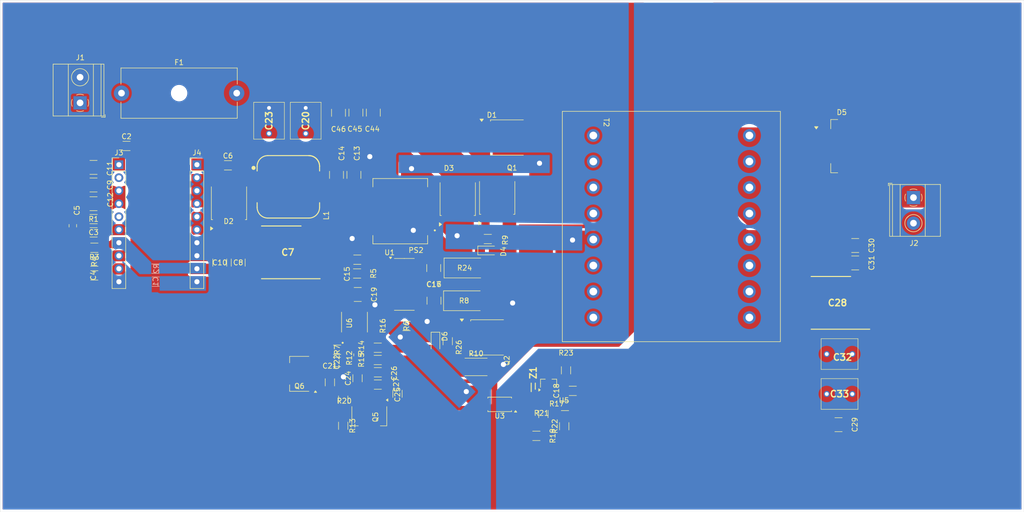
<source format=kicad_pcb>
(kicad_pcb (version 20240108) (generator "pcbnew") (generator_version "8.0")
  (layers (0 "F.Cu" signal) (31 "B.Cu" signal) (34 "B.Paste" user) (35 "F.Paste" user) (36 "B.SilkS" user "B.Silkscreen") (37 "F.SilkS" user "F.Silkscreen") (38 "B.Mask" user) (39 "F.Mask" user) (44 "Edge.Cuts" user))
  (net 0 "")
  (net 1 "GND")
  (net 2 "+12V")
  (net 3 "VIN")
  (net 4 "ISO12")
  (net 5 "ISOGND")
  (net 6 "Net-(U5-REF)")
  (net 7 "Net-(C24-Pad2)")
  (net 8 "Net-(T2-SB)")
  (net 9 "/GATE_HIGH")
  (net 10 "/GATE_LOW")
  (net 11 "/PWM")
  (net 12 "/LS_SOURCE")
  (net 13 "Net-(R15-Pad2)")
  (net 14 "Net-(R16-Pad2)")
  (net 15 "Net-(U5-K)")
  (net 16 "Vo")
  (net 17 "Net-(R19-Pad1)")
  (net 18 "OUTGND")
  (net 19 "Net-(C3-Pad2)")
  (net 20 "Net-(C5-Pad1)")
  (net 21 "Net-(U1-VDDI)")
  (net 22 "Net-(C18-Pad1)")
  (net 23 "Net-(Q6-B)")
  (net 24 "Net-(U6-FB)")
  (net 25 "Net-(Q6-E)")
  (net 26 "Net-(Q5-E)")
  (net 27 "Net-(Q5-B)")
  (net 28 "Net-(U6-ISENSE)")
  (net 29 "Net-(Q5-C)")
  (net 30 "Net-(Q2-D)")
  (net 31 "Net-(D4-K)")
  (net 32 "Net-(D6-K)")
  (net 34 "/LM5576_11")
  (net 35 "/LM5576_1")
  (net 40 "/LM5576_6")
  (net 41 "/LM5576_9")
  (net 42 "/LM5576_17")
  (net 43 "/LM5576_20")
  (net 44 "/LM5576_15")
  (net 45 "/LM5576_8")
  (net 46 "/LM5576_5")
  (net 47 "/LM5576_7")
  (net 48 "/LM5576_2")
  (net 49 "VIN_UNPROTECTED")
  (footprint "Capacitor_SMD:C_1210_3225Metric_Pad1.33x2.70mm_HandSolder" (layer "F.Cu") (at 208.8028 92.504 180)
    (property "Reference" "C31")
    (property "Value" "10u")
  )
  (footprint "Capacitor_SMD:C_1210_3225Metric_Pad1.33x2.70mm_HandSolder" (layer "F.Cu") (at 114.6668 63.1416 90)
    (property "Reference" "C44")
    (property "Value" "2.2u")
  )
  (footprint "Fuse:Fuseholder_Cylinder-5x20mm_Schurter_0031_8201_Horizontal_Open" (layer "F.Cu") (at 65.4828 59.3372)
    (property "Reference" "F1")
    (property "Value" "Fuse")
  )
  (footprint "Resistor_SMD:R_0805_2012Metric_Pad1.20x1.40mm_HandSolder" (layer "F.Cu") (at 116.534 104.7976)
    (property "Reference" "R16")
    (property "Value" "4.99k")
  )
  (footprint "Connector_PinHeader_2.54mm:PinHeader_1x10_P2.54mm_Vertical" (layer "F.Cu") (at 80.216 73.3153)
    (property "Reference" "J4")
    (property "Value" "Conn_01x10")
  )
  (footprint "Resistor_SMD:R_0805_2012Metric_Pad1.20x1.40mm_HandSolder" (layer "F.Cu") (at 111.5874 110.4672 90)
    (property "Reference" "R12")
    (property "Value" "1.1M")
  )
  (footprint "Resistor_SMD:R_1206_3216Metric_Pad1.30x1.75mm_HandSolder" (layer "F.Cu") (at 129.1992 107.7948 -90)
    (property "Reference" "R26")
    (property "Value" "100k")
  )
  (footprint "Capacitor_SMD:C_0805_2012Metric_Pad1.18x1.45mm_HandSolder" (layer "F.Cu") (at 55.976 85.2403 -90)
    (property "Reference" "C5")
    (property "Value" "1.2n")
  )
  (footprint "Package_TO_SOT_SMD:SOT-23_Handsoldering" (layer "F.Cu") (at 148.9096 115.9736 90)
    (property "Reference" "U5")
    (property "Value" "TL431DBZ")
  )
  (footprint "Resistor_SMD:R_1206_3216Metric_Pad1.30x1.75mm_HandSolder" (layer "F.Cu") (at 108.7874 119.2172 -90)
    (property "Reference" "R20")
    (property "Value" "10k")
  )
  (footprint "Package_SO:SOIC-16_3.9x9.9mm_P1.27mm" (layer "F.Cu") (at 120.7298 96.695)
    (property "Reference" "U1")
    (property "Value" "2EDS8265H")
  )
  (footprint "Capacitor_SMD:C_1206_3216Metric_Pad1.33x1.80mm_HandSolder" (layer "F.Cu") (at 66.4612 69.6563)
    (property "Reference" "C2")
    (property "Value" "100n")
  )
  (footprint "Capacitor_SMD:C_1210_3225Metric_Pad1.33x2.70mm_HandSolder" (layer "F.Cu") (at 126.5196 99.8813 -90)
    (property "Reference" "C16")
    (property "Value" "10u")
  )
  (footprint "Resistor_SMD:R_1206_3216Metric_Pad1.30x1.75mm_HandSolder" (layer "F.Cu") (at 115.5374 111.4672)
    (property "Reference" "R15")
    (property "Value" "18.2k")
  )
  (footprint "powerlabLibrary:R82EC4100DQ70J" (layer "F.Cu") (at 94.2996 62.2287 -90)
    (property "Reference" "C23")
    (property "Value" "R82EC4100DQ70J" (hide yes))
  )
  (footprint "powerlabLibrary:SODFL1608X65N" (layer "F.Cu") (at 145.9124 116.5832 90)
    (property "Reference" "Z1")
    (property "Value" "BZT585B10T-7" (hide yes))
  )
  (footprint "Capacitor_SMD:C_1210_3225Metric_Pad1.33x2.70mm_HandSolder" (layer "F.Cu") (at 110.876 75.3028 90)
    (property "Reference" "C13")
    (property "Value" "10u")
  )
  (footprint "Capacitor_SMD:C_1206_3216Metric_Pad1.33x1.80mm_HandSolder" (layer "F.Cu") (at 119.3874 118.0672 90)
    (property "Reference" "C25")
    (property "Value" "1.5n")
  )
  (footprint "Diode_SMD:D_2512_6332Metric_Pad1.52x3.35mm_HandSolder" (layer "F.Cu") (at 132.5043 93.4928)
    (property "Reference" "R24")
    (property "Value" "10R")
  )
  (footprint "powerlabLibrary:CAPAE1030X1270N" (layer "F.Cu") (at 97.976 90.4403 180)
    (property "Reference" "C7")
    (property "Value" "A768MS566M1KLAE034" (hide yes))
  )
  (footprint "Capacitor_SMD:C_1210_3225Metric_Pad1.33x2.70mm_HandSolder" (layer "F.Cu") (at 107.476 75.3028 90)
    (property "Reference" "C14")
    (property "Value" "10u")
  )
  (footprint "Diode_SMD:D_SOD-323_HandSoldering" (layer "F.Cu") (at 126.8116 108.0488 -90)
    (property "Reference" "D6")
    (property "Value" "BZX384-B15")
  )
  (footprint "Resistor_SMD:R_1206_3216Metric_Pad1.30x1.75mm_HandSolder" (layer "F.Cu") (at 152.11 120.444)
    (property "Reference" "R21")
    (property "Value" "39k")
  )
  (footprint "Resistor_SMD:R_1206_3216Metric_Pad1.30x1.75mm_HandSolder" (layer "F.Cu") (at 108.7874 124.3172 -90)
    (property "Reference" "R13")
    (property "Value" "5.76k")
  )
  (footprint "Capacitor_SMD:C_1206_3216Metric_Pad1.33x1.80mm_HandSolder" (layer "F.Cu") (at 60.0385 86.5403 180)
    (property "Reference" "C3")
    (property "Value" "39p")
  )
  (footprint "Capacitor_SMD:C_1210_3225Metric_Pad1.33x2.70mm_HandSolder" (layer "F.Cu") (at 205.5403 124.104 180)
    (property "Reference" "C29")
    (property "Value" "10u")
  )
  (footprint "Capacitor_SMD:C_1206_3216Metric_Pad1.33x1.80mm_HandSolder" (layer "F.Cu") (at 60.176 94.9403 180)
    (property "Reference" "C4")
    (property "Value" "680p")
  )
  (footprint "powerlabLibrary:R82EC4100DQ70J" (layer "F.Cu") (at 101.4624 62.2287 -90)
    (property "Reference" "C20")
    (property "Value" "R82EC4100DQ70J" (hide yes))
  )
  (footprint "TerminalBlock_Phoenix:TerminalBlock_Phoenix_MKDS-1,5-2_1x02_P5.00mm_Horizontal" (layer "F.Cu") (at 220.1818 79.7424 -90)
    (property "Reference" "J2")
    (property "Value" "Conn_01x02_Pin")
  )
  (footprint "Connector_PinHeader_2.54mm:PinHeader_1x10_P2.54mm_Vertical" (layer "F.Cu") (at 64.976 73.3153)
    (property "Reference" "J3")
    (property "Value" "Conn_01x10")
  )
  (footprint "Package_TO_SOT_SMD:SOT-223-3_TabPin2" (layer "F.Cu") (at 100.2374 114.1672 180)
    (property "Reference" "Q6")
    (property "Value" "PZT2907AT1G")
  )
  (footprint "Package_TO_SOT_SMD:TO-252-2" (layer "F.Cu") (at 138.8628 79.6972 90)
    (property "Reference" "Q1")
    (property "Value" "FDD86110")
  )
  (footprint "powerlabLibrary:ETD39_coilformer" (layer "F.Cu") (at 157.6472 67.612 -90)
    (property "Reference" "T2")
    (property "Value" "ELE713 Transformer")
  )
  (footprint "Resistor_SMD:R_1206_3216Metric_Pad1.30x1.75mm_HandSolder" (layer "F.Cu") (at 60.176 89.5403 180)
    (property "Reference" "R3")
    (property "Value" "1.02k")
  )
  (footprint "Resistor_SMD:R_1206_3216Metric_Pad1.30x1.75mm_HandSolder" (layer "F.Cu") (at 146.522 126.286)
    (property "Reference" "R19")
    (property "Value" "680R")
  )
  (footprint "Package_TO_SOT_SMD:TO-252-2" (layer "F.Cu") (at 136.9988 107.0545)
    (property "Reference" "Q2")
    (property "Value" "FDD86110")
  )
  (footprint "Capacitor_SMD:C_1206_3216Metric_Pad1.33x1.80mm_HandSolder" (layer "F.Cu") (at 86.276 73.4403)
    (property "Reference" "C6")
    (property "Value" "22n")
  )
  (footprint "Capacitor_SMD:C_1210_3225Metric_Pad1.33x2.70mm_HandSolder" (layer "F.Cu") (at 60.0135 77.2778 180)
    (property "Reference" "C9")
    (property "Value" "2.2u")
  )
  (footprint "Diode_SMD:D_SOD-323_HandSoldering" (layer "F.Cu") (at 137.0884 90.0724)
    (property "Reference" "D4")
    (property "Value" "BZX384-B15")
  )
  (footprint "Package_SO:SOP-4_4.4x2.6mm_P1.27mm" (layer "F.Cu") (at 139.3592 120.1392 180)
    (property "Reference" "U3")
    (property "Value" "TCMT1103")
  )
  (footprint "Resistor_SMD:R_1206_3216Metric_Pad1.30x1.75mm_HandSolder" (layer "F.Cu") (at 115.5374 109.0672 180)
    (property "Reference" "R14")
    (property "Value" "4.22k")
  )
  (footprint "Capacitor_SMD:C_1210_3225Metric_Pad1.33x2.70mm_HandSolder" (layer "F.Cu") (at 111.2668 63.1416 90)
    (property "Reference" "C45")
    (property "Value" "2.2u")
  )
  (footprint "Diode_SMD:D_2512_6332Metric_Pad1.52x3.35mm_HandSolder" (layer "F.Cu") (at 132.4027 99.8936)
    (property "Reference" "R8")
    (property "Value" "10R")
  )
  (footprint "powerlabLibrary:SOIC127P599X175-8N" (layer "F.Cu") (at 110.9874 104.0672 90)
    (property "Reference" "U6")
    (property "Value" "UC3845")
  )
  (footprint "powerlabLibrary:CONV_R1S-1212-R" (layer "F.Cu") (at 119.9328 82.3972 180)
    (property "Reference" "PS2")
    (property "Value" "R1S-1212-R")
  )
  (footprint "Capacitor_SMD:C_1206_3216Metric_Pad1.33x1.80mm_HandSolder" (layer "F.Cu") (at 107.5499 111.8672)
    (property "Reference" "C22")
    (property "Value" "6.8n")
  )
  (footprint "powerlabLibrary:R82EC4100DQ70J" (layer "F.Cu") (at 203.2403 110.304)
    (property "Reference" "C32")
    (property "Value" "R82EC4100DQ70J" (hide yes))
  )
  (footprint "Capacitor_SMD:C_1206_3216Metric_Pad1.33x1.80mm_HandSolder" (layer "F.Cu") (at 115.5499 116.2672)
    (property "Reference" "C27")
    (property "Value" "1u")
  )
  (footprint "Capacitor_SMD:C_1210_3225Metric_Pad1.33x2.70mm_HandSolder" (layer "F.Cu") (at 111.6249 98.6672)
    (property "Reference" "C19")
    (property "Value" "10u")
  )
  (footprint "Capacitor_SMD:C_1210_3225Metric_Pad1.33x2.70mm_HandSolder" (layer "F.Cu") (at 60.0135 80.9403 180)
    (property "Reference" "C12")
    (property "Value" "2.2u")
  )
  (footprint "Resistor_SMD:R_1206_3216Metric_Pad1.30x1.75mm_HandSolder" (layer "F.Cu") (at 151.9576 124.4064 90)
    (property "Reference" "R22")
    (property "Value" "9.53k")
  )
  (footprint "Resistor_SMD:R_1206_3216Metric_Pad1.30x1.75mm_HandSolder" (layer "F.Cu") (at 137.0328 87.8372)
    (property "Reference" "R9")
    (property "Value" "100k")
  )
  (footprint "Capacitor_SMD:C_1206_3216Metric_Pad1.33x1.80mm_HandSolder" (layer "F.Cu") (at 111.5874 115.0297 90)
    (property "Reference" "C24")
    (property "Value" "10n")
  )
  (footprint "Resistor_SMD:R_2512_6332Metric_Pad1.40x3.35mm_HandSolder" (layer "F.Cu") (at 134.7364 112.824)
    (property "Reference" "R10")
    (property "Value" "4m")
  )
  (footprint "Resistor_SMD:R_1206_3216Metric_Pad1.30x1.75mm_HandSolder" (layer "F.Cu") (at 60.0328 83.9403 180)
    (property "Reference" "R1")
    (property "Value" "46.4k")
  )
  (footprint "Capacitor_SMD:C_1210_3225Metric_Pad1.33x2.70mm_HandSolder" (layer "F.Cu") (at 88.276 92.4403 90)
    (property "Reference" "C8")
    (property "Value" "10u")
  )
  (footprint "Resistor_SMD:R_1206_3216Metric_Pad1.30x1.75mm_HandSolder" (layer "F.Cu") (at 107.5999 109.4672)
    (property "Reference" "R7")
    (property "Value" "10k")
  )
  (footprint "Capacitor_SMD:C_1206_3216Metric_Pad1.33x1.80mm_HandSolder" (layer "F.Cu") (at 115.5499 113.8672)
    (property "Reference" "C26")
    (property "Value" "100p")
  )
  (footprint "Package_TO_SOT_SMD:TO-252-2" (layer "F.Cu") (at 86.476 80.7403 90)
    (property "Reference" "D2")
    (property "Value" "V35PWM10HM3")
  )
  (footprint "Capacitor_SMD:C_1210_3225Metric_Pad1.33x2.70mm_HandSolder" (layer "F.Cu") (at 84.676 92.4403 90)
    (property "Reference" "C10")
    (property "Value" "10u")
  )
  (footprint "powerlabLibrary:CAPAE1030X1270N" (layer "F.Cu") (at 205.3403 100.304 180)
    (property "Reference" "C28")
    (property "Value" "A768MS566M1KLAE034" (hide yes))
  )
  (footprint "Resistor_SMD:R_1206_3216Metric_Pad1.30x1.75mm_HandSolder" (layer "F.Cu") (at 111.4999 94.5672)
    (property "Reference" "R5")
    (property "Value" "2.49k")
  )
  (footprint "Capacitor_SMD:C_1210_3225Metric_Pad1.33x2.70mm_HandSolder" (layer "F.Cu") (at 126.4688 93.5051 90)
    (property "Reference" "C17")
    (property "Value" "10u")
  )
  (footprint "Package_TO_SOT_SMD:TO-252-2" (layer "F.Cu") (at 140.8728 68.0097)
    (property "Reference" "D1")
    (property "Value" "V35PWM10HM3")
  )
  (footprint "Resistor_SMD:R_1206_3216Metric_Pad1.30x1.75mm_HandSolder" (layer "F.Cu") (at 147.8936 122.0188 90)
    (property "Reference" "R17")
    (property "Value" "1k")
  )
  (footprint "Capacitor_SMD:C_1210_3225Metric_Pad1.33x2.70mm_HandSolder" (layer "F.Cu") (at 60.0135 73.8403 180)
    (property "Reference" "C11")
    (property "Value" "2.2u")
  )
  (footprint "Capacitor_SMD:C_1210_3225Metric_Pad1.33x2.70mm_HandSolder" (layer "F.Cu") (at 208.8028 89.104 180)
    (property "Reference" "C30")
    (property "Value" "10u")
  )
  (footprint "Resistor_SMD:R_1206_3216Metric_Pad1.30x1.75mm_HandSolder" (layer "F.Cu") (at 152.3132 113.4844 90)
    (property "Reference" "R23")
    (property "Value" "2.49k")
  )
  (footprint "Capacitor_SMD:C_1206_3216Metric_Pad1.33x1.80mm_HandSolder" (layer "F.Cu") (at 153.634 117.4976 180)
    (property "Reference" "C18")
    (property "Value" "10n")
  )
  (footprint "Resistor_SMD:R_1206_3216Metric_Pad1.30x1.75mm_HandSolder" (layer "F.Cu") (at 60.176 92.2403 180)
    (property "Reference" "R4")
    (property "Value" "20.5k")
  )
  (footprint "Package_TO_SOT_SMD:TO-252-2" (layer "F.Cu") (at 131.1619 79.9326 90)
    (property "Reference" "D3")
    (property "Value" "V35PWM10HM3")
  )
  (footprint "powerlabLibrary:WE-PD_1210" (layer "F.Cu") (at 98.076 77.6403 -90)
    (property "Reference" "L1")
    (property "Value" "68u")
  )
  (footprint "Resistor_SMD:R_1206_3216Metric_Pad1.30x1.75mm_HandSolder" (layer "F.Cu") (at 121.1574 104.8168)
    (property "Reference" "R6")
    (property "Value" "1k")
  )
  (footprint "powerlabLibrary:R82EC4100DQ70J" (layer "F.Cu") (at 203.2403 118.104)
    (property "Reference" "C33")
    (property "Value" "R82EC4100DQ70J" (hide yes))
  )
  (footprint "Package_TO_SOT_SMD:TO-263-2" (layer "F.Cu") (at 208.849 69.6948)
    (property "Reference" "D5")
    (property "Value" "DSSK 28-006BS")
  )
  (footprint "Capacitor_SMD:C_1206_3216Metric_Pad1.33x1.80mm_HandSolder" (layer "F.Cu") (at 106.1874 115.8297 -90)
    (property "Reference" "C21")
    (property "Value" "4.7u")
  )
  (footprint "TerminalBlock_Phoenix:TerminalBlock_Phoenix_MKDS-1,5-2_1x02_P5.00mm_Horizontal" (layer "F.Cu") (at 57.3878 61.2372 90)
    (property "Reference" "J1")
    (property "Value" "Conn_01x02_Pin")
  )
  (footprint "Capacitor_SMD:C_1206_3216Metric_Pad1.33x1.80mm_HandSolder" (layer "F.Cu") (at 111.5374 91.8672 180)
    (property "Reference" "C15")
    (property "Value" "22n")
  )
  (footprint "Package_TO_SOT_SMD:SOT-223-3_TabPin2" (layer "F.Cu") (at 113.8874 122.4172 -90)
    (property "Reference" "Q5")
    (property "Value" "PZT2222AT1G")
  )
  (footprint "Capacitor_SMD:C_1210_3225Metric_Pad1.33x2.70mm_HandSolder" (layer "F.Cu") (at 107.8668 63.1791 90)
    (property "Reference" "C46")
    (property "Value" "2.2u")
  )
  (footprint "Capacitor_SMD:C_1206_3216Metric_Pad1.33x1.80mm_HandSolder" (layer "B.Cu") (at 72.1508 96.1616 180)
    (property "Reference" "C1")
    (property "Value" "8.2n")
  )
  (footprint "Resistor_SMD:R_1206_3216Metric_Pad1.30x1.75mm_HandSolder" (layer "B.Cu") (at 72.1 93.6216 180)
    (property "Reference" "R2")
    (property "Value" "8.87k")
  )
  (gr_rect (start 41.772 41.1704) (end 241.772 141.1704) (stroke (width 0.05)) (fill none) (layer "Edge.Cuts"))
  (via (at 110.5328 87.7372) (size 1.6) (drill 1) (layers "F.Cu" "B.Cu") (net 1))
  (via (at 140.0828 112.3372) (size 1.6) (drill 1) (layers "F.Cu" "B.Cu") (net 1))
  (via (at 113.9828 71.7372) (size 1.6) (drill 1) (layers "F.Cu" "B.Cu") (net 1))
  (via (at 125.1828 103.9372) (size 1.6) (drill 1) (layers "F.Cu" "B.Cu") (net 1))
  (via (at 108.8284 114.7544) (size 1.6) (drill 1) (layers "F.Cu" "B.Cu") (net 1))
  (via (at 114.9828 100.6872) (size 1.6) (drill 1) (layers "F.Cu" "B.Cu") (net 1))
  (via (at 141.8828 100.3372) (size 1.6) (drill 1) (layers "F.Cu" "B.Cu") (net 1))
  (via (at 122.4828 86.1372) (size 1.6) (drill 1) (layers "F.Cu" "B.Cu") (net 1))
  (segment (start 84.3085 93.6353) (end 84.676 94.0028) (width 0.5) (layer "F.Cu") (net 2))
  (segment (start 110.0624 94.6797) (end 109.9499 94.5672) (width 0.5) (layer "F.Cu") (net 2))
  (segment (start 80.2023 93.6216) (end 80.216 93.6353) (width 0.5) (layer "B.Cu") (net 2))
  (segment (start 61.581 80.9353) (end 61.576 80.9403) (width 0.5) (layer "F.Cu") (net 3))
  (segment (start 126.1614 92.25) (end 126.4688 91.9426) (width 0.5) (layer "F.Cu") (net 4))
  (segment (start 138.3384 88.0816) (end 138.5828 87.8372) (width 0.5) (layer "F.Cu") (net 5))
  (segment (start 138.5828 87.8372) (end 138.5828 87.2972) (width 0.5) (layer "F.Cu") (net 5))
  (via (at 147.1328 73.0372) (size 1.6) (drill 1) (layers "F.Cu" "B.Cu") (net 5))
  (via (at 122.1328 74.0872) (size 1.6) (drill 1) (layers "F.Cu" "B.Cu") (net 5))
  (segment (start 118.2548 93.52) (end 118.2548 92.25) (width 0.5) (layer "F.Cu") (net 11))
  (segment (start 117.5532 104.8168) (end 117.534 104.7976) (width 0.5) (layer "F.Cu") (net 14))
  (segment (start 119.6488 104.8582) (end 119.6074 104.8168) (width 0.5) (layer "F.Cu") (net 14))
  (via (at 119.9328 106.9872) (size 1.6) (drill 1) (layers "F.Cu" "B.Cu") (net 14))
  (via (at 132.8328 117.6372) (size 1.6) (drill 1) (layers "F.Cu" "B.Cu") (net 14))
  (segment (start 106.0499 109.4672) (end 106.1524 109.4672) (width 0.5) (layer "F.Cu") (net 25))
  (segment (start 105.9874 109.5297) (end 106.0499 109.4672) (width 0.5) (layer "F.Cu") (net 25))
  (segment (start 111.6224 109.4322) (end 111.5874 109.4672) (width 0.5) (layer "F.Cu") (net 28))
  (segment (start 113.8874 125.5672) (end 113.6874 125.5672) (width 0.5) (layer "F.Cu") (net 29))
  (segment (start 113.9874 125.4672) (end 113.8874 125.5672) (width 0.5) (layer "F.Cu") (net 29))
  (via (at 131.0328 87.1872) (size 1.6) (drill 1) (layers "F.Cu" "B.Cu") (net 30))
  (via (at 153.5828 88.0372) (size 1.6) (drill 1) (layers "F.Cu" "B.Cu") (net 30))
  (segment (start 73.727 96.1753) (end 73.7133 96.1616) (width 0.5) (layer "B.Cu") (net 34))
  (segment (start 64.8987 73.238) (end 64.976 73.3153) (width 0.5) (layer "F.Cu") (net 35))
  (segment (start 80.341 73.4403) (end 80.216 73.3153) (width 0.5) (layer "F.Cu") (net 43))
  (segment (start 83.961 86.0153) (end 84.196 85.7803) (width 0.5) (layer "F.Cu") (net 44))
  (zone (net 0) (net_name "") (layer "F.Cu") (connect_pads yes (clearance 0)) (min_thickness 0.2)
    (keepout (tracks allowed) (vias allowed) (pads allowed) (copperpour not_allowed) (footprints allowed))
    (fill (thermal_gap 0.5) (thermal_bridge_width 0.5) (island_removal_mode 2) (island_area_min 10))
    (polygon (pts (xy 112.8828 114.3372) (xy 112.8828 115.4372) (xy 112.7328 115.5872) (xy 110.1828 115.5872) (xy 110.1828 114.2872) (xy 112.8328 114.2872)))
  )
  (zone (net 40) (net_name "/LM5576_6") (layer "F.Cu") (priority 42) (connect_pads yes (clearance 0.3)) (min_thickness 0.2) (fill yes (thermal_gap 0.5) (thermal_bridge_width 0.5) (island_removal_mode 1) (island_area_min 10))
    (polygon (pts (xy 60.7328 83.0372) (xy 63.1828 83.0372) (xy 63.1828 84.8872) (xy 63.2328 84.9372) (xy 66.1328 84.9372) (xy 66.1828 84.9872) (xy 66.1828 87.0872) (xy 62.4828 87.0872) (xy 62.4828 87.5872) (xy 62.4328 87.6372) (xy 60.8328 87.6372) (xy 60.7328 87.5372)))
  )
  (zone (net 12) (net_name "/LS_SOURCE") (layer "F.Cu") (priority 9) (connect_pads yes (clearance 0.3)) (min_thickness 0.2) (fill yes (thermal_gap 0.5) (thermal_bridge_width 0.5) (island_removal_mode 1) (island_area_min 10))
    (polygon (pts (xy 133.2632 108.5044) (xy 133.2632 114.7544) (xy 130.6216 114.7544) (xy 125.8972 110.03) (xy 116.3976 110.03) (xy 116.2452 109.8776) (xy 116.2452 108.252) (xy 116.4992 107.998) (xy 117.7184 107.998) (xy 118.2248 108.5044)))
  )
  (zone (net 21) (net_name "Net-(U1-VDDI)") (layer "F.Cu") (priority 29) (connect_pads yes (clearance 0.3)) (min_thickness 0.2) (fill yes (thermal_gap 0.5) (thermal_bridge_width 0.5) (island_removal_mode 1) (island_area_min 10))
    (polygon (pts (xy 119.9328 94.4372) (xy 119.9828 94.3872) (xy 119.9828 90.8372) (xy 114.2828 90.8372) (xy 113.9328 91.1872) (xy 113.9328 95.4372) (xy 113.7828 95.5872) (xy 112.3328 95.5872) (xy 112.2328 95.4872) (xy 112.2328 90.2372) (xy 112.2828 90.1872) (xy 120.4828 90.1872) (xy 120.8828 90.5872) (xy 120.8828 94.6872) (xy 120.3328 95.2372) (xy 117.2328 95.2372) (xy 117.1828 95.1872) (xy 117.1828 94.4372)))
  )
  (zone (net 0) (net_name "") (layer "F.Cu") (connect_pads yes (clearance 0)) (min_thickness 0.2)
    (keepout (tracks not_allowed) (vias not_allowed) (pads not_allowed) (copperpour not_allowed) (footprints allowed))
    (fill (thermal_gap 0.5) (thermal_bridge_width 0.5) (island_removal_mode 2) (island_area_min 10))
    (polygon (pts (xy 111.4328 126.4872) (xy 111.4328 124.8372) (xy 110.5828 123.9872) (xy 107.1328 123.9872) (xy 107.0328 124.0872) (xy 107.0328 125.0372) (xy 107.0828 125.0372) (xy 107.4328 124.6872) (xy 109.9328 124.6872) (xy 110.2328 124.9872) (xy 110.2328 125.7872) (xy 110.9328 126.4872)))
  )
  (zone (net 0) (net_name "") (layer "F.Cu") (connect_pads yes (clearance 0)) (min_thickness 0.2)
    (keepout (tracks not_allowed) (vias not_allowed) (pads not_allowed) (copperpour not_allowed) (footprints allowed))
    (fill (thermal_gap 0.5) (thermal_bridge_width 0.5) (island_removal_mode 2) (island_area_min 10))
    (polygon (pts (xy 101.6828 109.9872) (xy 108.4828 103.1872) (xy 109.4828 103.1872) (xy 109.6328 103.0372) (xy 109.7828 103.0372) (xy 110.4328 103.6872) (xy 110.4328 103.7872) (xy 109.6328 104.5872) (xy 109.6328 104.8372) (xy 109.4828 104.9872) (xy 108.1828 104.9872) (xy 108.0328 105.1372) (xy 108.0328 105.8872) (xy 106.2328 107.6872) (xy 105.0328 107.6872) (xy 104.6328 108.0872) (xy 104.6328 110.5372) (xy 104.3828 110.7872) (xy 101.9328 110.7872) (xy 101.8328 110.8872) (xy 101.8328 110.9372) (xy 101.6828 110.7872)))
  )
  (zone (net 22) (net_name "Net-(C18-Pad1)") (layer "F.Cu") (priority 39) (connect_pads yes (clearance 0.3)) (min_thickness 0.2) (fill yes (thermal_gap 0.5) (thermal_bridge_width 0.5) (island_removal_mode 1) (island_area_min 10))
    (polygon (pts (xy 154.2828 116.3372) (xy 156.1328 116.3372) (xy 156.1328 118.6372) (xy 156.0828 118.6872) (xy 155.0328 118.6872) (xy 154.5828 119.1872) (xy 154.5828 121.5372) (xy 152.8828 121.5372) (xy 152.8828 119.2872) (xy 154.2828 117.8872)))
  )
  (zone (net 16) (net_name "Vo") (layer "F.Cu") (priority 14) (connect_pads yes (clearance 0.3)) (min_thickness 0.2) (fill yes (thermal_gap 0.5) (thermal_bridge_width 0.5) (island_removal_mode 1) (island_area_min 10))
    (polygon (pts (xy 205.3484 64.0052) (xy 205.3484 81.074) (xy 205.958 81.6836) (xy 225.9224 81.6836) (xy 226.4304 82.1916) (xy 226.4304 87.3224) (xy 225.8208 87.932) (xy 212.2064 87.932) (xy 212.0032 87.7288) (xy 209.5648 87.7288) (xy 209.2092 88.0844) (xy 209.2092 95.0948) (xy 206.3136 98.7637) (xy 206.1104 126.1449) (xy 205.0944 126.5908) (xy 155.1072 126.5908) (xy 153.1768 124.6604) (xy 149.6716 124.6604) (xy 149.2144 124.2032) (xy 149.2144 122.6284) (xy 146.4204 122.6284) (xy 146.4204 126.6924) (xy 149.9764 130.2484) (xy 215.356 130.2484) (xy 230.4436 115.1608) (xy 230.4436 65.072) (xy 229.3768 64.0052)))
  )
  (zone (net 0) (net_name "") (layer "F.Cu") (connect_pads yes (clearance 0)) (min_thickness 0.2)
    (keepout (tracks allowed) (vias allowed) (pads allowed) (copperpour not_allowed) (footprints allowed))
    (fill (thermal_gap 0.5) (thermal_bridge_width 0.5) (island_removal_mode 2) (island_area_min 10))
    (polygon (pts (xy 111.7328 93.2372) (xy 110.8828 93.2372) (xy 110.8828 92.9372) (xy 111.7328 92.9372)))
  )
  (zone (net 20) (net_name "Net-(C5-Pad1)") (layer "F.Cu") (priority 40) (connect_pads yes (clearance 0.3)) (min_thickness 0.2) (fill yes (thermal_gap 0.5) (thermal_bridge_width 0.5) (island_removal_mode 1) (island_area_min 10))
    (polygon (pts (xy 54.7828 82.8372) (xy 59.3328 82.8372) (xy 59.3328 85.0372) (xy 59.3328 85.0372) (xy 54.7828 85.0372)))
  )
  (zone (net 3) (net_name "VIN") (layer "F.Cu") (priority 50) (connect_pads yes (clearance 0.5)) (min_thickness 0.2) (fill yes (thermal_gap 0.5) (thermal_bridge_width 0.5) (island_removal_mode 1) (island_area_min 10))
    (polygon (pts (xy 83.7328 65.2872) (xy 83.7328 65.2872) (xy 91.2828 65.2872) (xy 91.2828 65.2872) (xy 91.2828 56.2872) (xy 90.6328 55.6372) (xy 84.0328 55.6372) (xy 83.7328 55.9372)))
  )
  (zone (net 6) (net_name "Net-(U5-REF)") (layer "F.Cu") (priority 11) (connect_pads yes (clearance 0.3)) (min_thickness 0.2) (fill yes (thermal_gap 0.5) (thermal_bridge_width 0.5) (island_removal_mode 1) (island_area_min 10))
    (polygon (pts (xy 153.4308 114.094) (xy 153.4308 117.904) (xy 152.4656 118.8692) (xy 152.4656 121.8664) (xy 152.618 122.0188) (xy 152.8212 122.0188) (xy 153.0244 122.222) (xy 153.0244 123.492) (xy 152.7704 123.746) (xy 151.1448 123.746) (xy 150.84 123.4412) (xy 150.84 122.2728) (xy 151.1448 121.968) (xy 151.7036 121.968) (xy 151.7036 118.7168) (xy 151.6528 118.666) (xy 149.2144 118.666) (xy 149.2144 116.5832) (xy 151.2972 114.5004) (xy 151.2972 114.1448) (xy 151.348 114.094)))
  )
  (zone (net 35) (net_name "/LM5576_1") (layer "F.Cu") (priority 16) (connect_pads yes (clearance 0.3)) (min_thickness 0.2) (fill yes (thermal_gap 0.5) (thermal_bridge_width 0.5) (island_removal_mode 1) (island_area_min 10))
    (polygon (pts (xy 63.7828 68.5372) (xy 63.7828 74.4372) (xy 66.1828 74.4372) (xy 66.1828 68.5372)))
  )
  (zone (net 0) (net_name "") (layer "F.Cu") (connect_pads yes (clearance 0)) (min_thickness 0.2)
    (keepout (tracks not_allowed) (vias not_allowed) (pads not_allowed) (copperpour not_allowed) (footprints allowed))
    (fill (thermal_gap 0.5) (thermal_bridge_width 0.5) (island_removal_mode 2) (island_area_min 10))
    (polygon (pts (xy 66.5828 74.0372) (xy 65.6828 74.9372) (xy 65.6828 75.0372) (xy 66.0828 75.4372) (xy 66.0828 76.4872) (xy 66.0328 76.5372) (xy 66.8828 77.3872) (xy 67.2328 77.3872) (xy 67.2328 71.2872) (xy 67.1828 71.2372) (xy 66.6328 71.2372) (xy 66.5828 71.2872)))
  )
  (zone (net 0) (net_name "") (layer "F.Cu") (connect_pads yes (clearance 0)) (min_thickness 0.2)
    (keepout (tracks not_allowed) (vias not_allowed) (pads not_allowed) (copperpour not_allowed) (footprints allowed))
    (fill (thermal_gap 0.5) (thermal_bridge_width 0.5) (island_removal_mode 2) (island_area_min 10))
    (polygon (pts (xy 66.0828 83.1372) (xy 66.0828 83.6372) (xy 66.1328 83.6872) (xy 66.1328 83.9372) (xy 65.7828 84.2872) (xy 65.7828 84.4372) (xy 66.2328 84.8872) (xy 66.5828 84.8872) (xy 66.7828 84.6872) (xy 66.7828 82.4372)))
  )
  (zone (net 3) (net_name "VIN") (layer "F.Cu") (name "INPUT") (priority 10) (connect_pads yes (clearance 0.3)) (min_thickness 0.2) (fill yes (thermal_gap 0.5) (thermal_bridge_width 0.5) (island_removal_mode 1) (island_area_min 10))
    (polygon (pts (xy 141.9328 81.8372) (xy 128.1828 81.8372) (xy 127.9328 81.5872) (xy 127.9328 75.4372) (xy 118.2328 65.7372) (xy 106.0828 65.7372) (xy 103.6328 68.1872) (xy 71.2828 68.1872) (xy 69.7828 66.6872) (xy 62.6328 66.6872) (xy 62.6328 76.5471) (xy 63.526 77.4403) (xy 66.226 77.4403) (xy 66.2328 77.4471) (xy 66.2328 82.0372) (xy 63.2291 82.0372) (xy 62.726 82.5403) (xy 60.826 82.5403) (xy 60.3828 82.0971) (xy 60.3828 71.0872) (xy 60.3828 67.3372) (xy 60.409467 64.9372) (xy 89.6328 64.9372) (xy 89.6328 64.9372) (xy 104.0328 64.9372) (xy 105.7328 63.2372) (xy 124.1328 63.2372) (xy 135.7828 74.8872) (xy 141.8828 74.8872) (xy 141.9328 74.9372)))
  )
  (zone (net 41) (net_name "/LM5576_9") (layer "F.Cu") (priority 45) (connect_pads yes (clearance 0.3)) (min_thickness 0.2) (fill yes (thermal_gap 0.5) (thermal_bridge_width 0.5) (island_removal_mode 1) (island_area_min 10))
    (polygon (pts (xy 60.5328 93.7872) (xy 63.0328 93.7872) (xy 64.2328 92.5872) (xy 65.7828 92.5872) (xy 66.1828 92.5872) (xy 66.1828 94.7872) (xy 66.1828 94.7872) (xy 62.6328 94.7872) (xy 62.6328 96.0872) (xy 60.5328 96.0872)))
  )
  (zone (net 0) (net_name "") (layer "F.Cu") (connect_pads yes (clearance 0)) (min_thickness 0.2)
    (keepout (tracks allowed) (vias allowed) (pads allowed) (copperpour not_allowed) (footprints allowed))
    (fill (thermal_gap 0.5) (thermal_bridge_width 0.5) (island_removal_mode 2) (island_area_min 10))
    (polygon (pts (xy 102.0328 115.4872) (xy 102.0328 113.0872) (xy 101.6828 113.0872) (xy 101.6828 115.4372) (xy 101.7328 115.4872)))
  )
  (zone (net 14) (net_name "Net-(R16-Pad2)") (layer "F.Cu") (priority 19) (connect_pads yes (clearance 0.3)) (min_thickness 0.2) (fill yes (thermal_gap 0.5) (thermal_bridge_width 0.5) (island_removal_mode 1) (island_area_min 10))
    (polygon (pts (xy 137.2328 116.4872) (xy 131.3328 116.4872) (xy 131.3328 118.0872) (xy 133.2328 119.9872) (xy 137.1828 119.9872) (xy 137.2328 119.9372)))
  )
  (zone (net 11) (net_name "/PWM") (layer "F.Cu") (priority 28) (connect_pads yes (clearance 0.3)) (min_thickness 0.2) (fill yes (thermal_gap 0.5) (thermal_bridge_width 0.5) (island_removal_mode 1) (island_area_min 10))
    (polygon (pts (xy 112.0828 102.6372) (xy 111.2328 102.6372) (xy 111.2328 96.6372) (xy 111.8828 95.9872) (xy 114.1328 95.9872) (xy 116.7328 93.3872) (xy 116.7328 91.7872) (xy 116.9328 91.5872) (xy 119.3828 91.5872) (xy 119.5328 91.7372) (xy 119.5328 93.8872) (xy 119.3328 94.0872) (xy 117.1828 94.0872) (xy 114.3828 96.8872) (xy 112.0828 96.8872)))
  )
  (zone (net 8) (net_name "Net-(T2-SB)") (layer "F.Cu") (priority 13) (connect_pads yes (clearance 0.5)) (min_thickness 0.2) (fill yes (thermal_gap 0.5) (thermal_bridge_width 0.5) (island_removal_mode 1) (island_area_min 10))
    (polygon (pts (xy 203.8752 66.1896) (xy 203.8752 73.0476) (xy 203.8752 81.074) (xy 202.91 82.0392) (xy 197.2712 82.0392) (xy 193.9184 85.392) (xy 187.9748 85.392) (xy 185.2824 82.6996) (xy 185.2824 66.0372) (xy 203.7228 66.0372)))
  )
  (zone (net 28) (net_name "Net-(U6-ISENSE)") (layer "F.Cu") (priority 35) (connect_pads yes (clearance 0.3)) (min_thickness 0.2) (fill yes (thermal_gap 0.5) (thermal_bridge_width 0.5) (island_removal_mode 1) (island_area_min 10))
    (polygon (pts (xy 114.7828 108.1372) (xy 114.6828 108.0372) (xy 111.9828 108.0372) (xy 111.9828 105.4872) (xy 111.1328 105.4872) (xy 111.1328 108.5372) (xy 110.7328 108.8872) (xy 110.7328 108.8872) (xy 110.6828 108.9372) (xy 110.6828 110.3372) (xy 113.0828 110.3372) (xy 113.2328 110.4872) (xy 113.2328 114.7872) (xy 113.2828 114.8372) (xy 114.7828 114.8372)))
  )
  (zone (net 30) (net_name "Net-(Q2-D)") (layer "F.Cu") (priority 5) (connect_pads yes (clearance 0.3)) (min_thickness 0.2) (fill yes (thermal_gap 0.5) (thermal_bridge_width 0.5) (island_removal_mode 1) (island_area_min 10))
    (polygon (pts (xy 160.5428 86.2048) (xy 160.5428 106.51633) (xy 142.0008 106.686724) (xy 142.0008 110.1824) (xy 135.092 110.1824) (xy 134.8888 109.9792) (xy 134.8888 104.2896) (xy 135.2952 103.8832) (xy 150.246587 103.504694) (xy 150.255342 99.563117) (xy 150.255342 86.2048)))
  )
  (zone (net 0) (net_name "") (layer "F.Cu") (connect_pads yes (clearance 0)) (min_thickness 0.2)
    (keepout (tracks allowed) (vias allowed) (pads allowed) (copperpour not_allowed) (footprints allowed))
    (fill (thermal_gap 0.5) (thermal_bridge_width 0.5) (island_removal_mode 2) (island_area_min 10))
    (polygon (pts (xy 124.0328 96.6872) (xy 124.0328 96.6872) (xy 124.5828 97.2372) (xy 127.7828 97.2372) (xy 128.2828 97.7372) (xy 128.2828 98.0372) (xy 130.2328 98.0372) (xy 128.4828 97.4872) (xy 128.0328 96.6872) (xy 127.9328 96.5872) (xy 127.9328 96.5872) (xy 128.0328 96.6872)))
  )
  (zone (net 0) (net_name "") (layer "F.Cu") (connect_pads yes (clearance 0)) (min_thickness 0.2)
    (keepout (tracks not_allowed) (vias not_allowed) (pads not_allowed) (copperpour not_allowed) (footprints allowed))
    (fill (thermal_gap 0.5) (thermal_bridge_width 0.5) (island_removal_mode 1) (island_area_min 10))
    (polygon (pts (xy 133.9328 102.7872) (xy 133.9328 107.5408) (xy 133.5364 107.9372) (xy 133.3328 107.9372) (xy 133.3328 108.2372) (xy 133.5828 108.4872) (xy 133.5828 110.7372) (xy 133.5328 110.7872) (xy 135.0328 110.7872) (xy 135.1328 110.6872) (xy 135.1328 110.4372) (xy 134.6828 109.9872) (xy 134.5828 109.9872) (xy 134.5828 104.2372) (xy 135.3328 103.4872) (xy 136.6828 103.4872) (xy 136.7828 103.3872) (xy 136.7828 102.4872) (xy 135.8328 102.4872) (xy 135.5328 102.7872)))
  )
  (zone (net 2) (net_name "+12V") (layer "F.Cu") (priority 27) (connect_pads yes (clearance 0.3)) (min_thickness 0.2) (fill yes (thermal_gap 0.5) (thermal_bridge_width 0.5) (island_removal_mode 1) (island_area_min 10))
    (polygon (pts (xy 127.8828 97.5872) (xy 124.6328 97.5872) (xy 124.1828 98.0372) (xy 120.7828 98.0372) (xy 120.6328 98.1872) (xy 120.6328 100.8872) (xy 118.5828 102.9372) (xy 110.9828 102.9372) (xy 110.8328 102.7872) (xy 110.8328 93.7972) (xy 110.708 93.6724) (xy 108.0664 93.6724) (xy 108.0664 99.0572) (xy 109.0464 100.0372) (xy 109.8328 100.0372) (xy 109.9328 100.1372) (xy 109.9328 102.8372) (xy 110.6328 103.5372) (xy 119.4828 103.5372) (xy 121.6828 101.3372) (xy 121.6828 99.0872) (xy 127.8828 99.0872)))
  )
  (zone (net 0) (net_name "") (layer "F.Cu") (connect_pads yes (clearance 0)) (min_thickness 0.2)
    (keepout (tracks not_allowed) (vias not_allowed) (pads not_allowed) (copperpour not_allowed) (footprints allowed))
    (fill (thermal_gap 0.5) (thermal_bridge_width 0.5) (island_removal_mode 2) (island_area_min 10))
    (polygon (pts (xy 121.9328 101.5872) (xy 121.9328 103.5872) (xy 119.9828 103.5872) (xy 119.9828 103.5372)))
  )
  (zone (net 31) (net_name "Net-(D4-K)") (layer "F.Cu") (priority 7) (connect_pads yes (clearance 0.3)) (min_thickness 0.2) (fill yes (thermal_gap 0.5) (thermal_bridge_width 0.5) (island_removal_mode 1) (island_area_min 10))
    (polygon (pts (xy 135.7828 83.4372) (xy 137.1328 83.4372) (xy 137.3828 83.6872) (xy 137.3828 85.7872) (xy 136.3328 86.8372) (xy 136.3328 89.4372) (xy 136.4828 89.5872) (xy 136.4828 95.0872) (xy 136.2328 95.3372) (xy 134.8328 95.3372) (xy 134.5328 95.0372) (xy 134.5328 87.1372) (xy 135.7828 85.8872)))
  )
  (zone (net 24) (net_name "Net-(U6-FB)") (layer "F.Cu") (priority 37) (connect_pads yes (clearance 0.3)) (min_thickness 0.2) (fill yes (thermal_gap 0.5) (thermal_bridge_width 0.5) (island_removal_mode 1) (island_area_min 10))
    (polygon (pts (xy 108.1828 112.8372) (xy 108.1828 108.5372) (xy 108.4328 108.2872) (xy 109.4828 108.2872) (xy 109.9328 107.8372) (xy 109.9328 104.6872) (xy 110.6328 103.9872) (xy 115.9828 103.9872) (xy 116.1828 104.1872) (xy 116.1828 105.5872) (xy 116.1328 105.6372) (xy 114.9328 105.6372) (xy 114.3828 105.0872) (xy 110.7828 105.0872) (xy 110.7328 105.1372) (xy 110.7328 107.9372) (xy 109.9328 108.7372) (xy 109.9328 112.8372)))
  )
  (zone (net 25) (net_name "Net-(Q6-E)") (layer "F.Cu") (priority 36) (connect_pads yes (clearance 0.3)) (min_thickness 0.2) (fill yes (thermal_gap 0.5) (thermal_bridge_width 0.5) (island_removal_mode 1) (island_area_min 10))
    (polygon (pts (xy 102.3328 110.8872) (xy 104.8828 110.8872) (xy 104.8828 108.0872) (xy 105.1328 107.8372) (xy 106.4828 107.8372) (xy 108.3328 105.9872) (xy 108.3328 105.1872) (xy 109.5328 105.1872) (xy 109.5328 107.6372) (xy 108.0328 107.6372) (xy 106.8328 108.8372) (xy 106.8328 112.8872) (xy 104.8828 112.8872) (xy 104.6828 112.6872) (xy 102.3328 112.6872)))
  )
  (zone (net 4) (net_name "ISO12") (layer "F.Cu") (priority 24) (connect_pads yes (clearance 0.3)) (min_thickness 0.2) (fill yes (thermal_gap 0.5) (thermal_bridge_width 0.5) (island_removal_mode 1) (island_area_min 10))
    (polygon (pts (xy 128.0328 91.0372) (xy 124.0828 91.0372) (xy 115.9328 82.8872) (xy 115.9328 78.1872) (xy 115.6328 77.8872) (xy 113.8828 77.8872) (xy 113.7328 78.0372) (xy 113.7328 82.8872) (xy 122.0328 91.1872) (xy 122.0328 92.6872) (xy 122.0828 92.7372) (xy 127.9828 92.7372) (xy 128.0328 92.6872)))
  )
  (zone (net 0) (net_name "") (layer "F.Cu") (connect_pads yes (clearance 0)) (min_thickness 0.2)
    (keepout (tracks not_allowed) (vias not_allowed) (pads not_allowed) (copperpour not_allowed) (footprints allowed))
    (fill (thermal_gap 0.5) (thermal_bridge_width 0.5) (island_removal_mode 2) (island_area_min 10))
    (polygon (pts (xy 137.6828 71.8872) (xy 137.8328 72.0372) (xy 137.8328 72.4372) (xy 137.9828 72.5872) (xy 143.6328 72.5872) (xy 144.9328 73.8872) (xy 144.9328 81.7372) (xy 144.4328 82.2372) (xy 142.6828 82.2372) (xy 142.6828 82.0372) (xy 142.8828 81.8372) (xy 142.8828 74.9872) (xy 142.1328 74.2372) (xy 142.1328 74.1872) (xy 141.9828 74.0372) (xy 135.8328 74.0372) (xy 133.6828 71.8872)))
  )
  (zone (net 2) (net_name "+12V") (layer "F.Cu") (priority 2) (connect_pads yes (clearance 0.5)) (min_thickness 0.2) (fill yes (thermal_gap 0.5) (thermal_bridge_width 0.5) (island_removal_mode 1) (island_area_min 10))
    (polygon (pts (xy 78.958 94.6884) (xy 103.6976 94.6884) (xy 109.0316 100.0224) (xy 110.708 100.0224) (xy 110.708 93.6724) (xy 108.0664 93.6724) (xy 108.0664 85.138) (xy 112.682 80.5224) (xy 112.682 76.13932) (xy 112.1812 76.1464) (xy 105.7296 76.1464) (xy 104.4596 74.8764) (xy 101.564 74.8764) (xy 101.564 80.4136) (xy 104.4596 80.4136) (xy 104.7644 80.7184) (xy 104.7644 83.8808) (xy 100.049972 83.839972) (xy 100.0908 88.5544) (xy 100.0908 91.488) (xy 98.9208 92.658) (xy 78.958 92.658)))
  )
  (zone (net 26) (net_name "Net-(Q5-E)") (layer "F.Cu") (priority 32) (connect_pads yes (clearance 0.3)) (min_thickness 0.2) (fill yes (thermal_gap 0.5) (thermal_bridge_width 0.5) (island_removal_mode 1) (island_area_min 10))
    (polygon (pts (xy 110.4828 115.7872) (xy 110.4828 120.4872) (xy 112.5328 120.4872) (xy 112.5328 115.7372) (xy 110.5328 115.7372)))
  )
  (zone (net 43) (net_name "/LM5576_20") (layer "F.Cu") (priority 17) (connect_pads yes (clearance 0.5)) (min_thickness 0.2) (fill yes (thermal_gap 0.5) (thermal_bridge_width 0.5) (island_removal_mode 1) (island_area_min 10))
    (polygon (pts (xy 79.1328 72.0872) (xy 85.6328 72.0872) (xy 85.6328 74.4372) (xy 85.6328 74.4372) (xy 79.1328 74.4372) (xy 79.1328 74.4372)))
  )
  (zone (net 42) (net_name "/LM5576_17") (layer "F.Cu") (priority 2) (connect_pads yes (clearance 0.7)) (min_thickness 0.2) (fill yes (thermal_gap 0.5) (thermal_bridge_width 0.5) (island_removal_mode 2) (island_area_min 10))
    (polygon (pts (xy 94.776 80.5403) (xy 90.226 80.5403) (xy 90.176005 82.8403) (xy 83.126 82.8403) (xy 82.026 81.7403) (xy 79.326 81.7403) (xy 79.126 81.5403) (xy 79.126 74.8403) (xy 81.726 74.8403) (xy 82.826 75.9403) (xy 87.126 75.9403) (xy 87.126 72.5403) (xy 87.326 72.3403) (xy 88.426 72.3403) (xy 88.726 72.6403) (xy 88.726 74.5403) (xy 89.026 74.8403) (xy 94.676 74.8403)))
  )
  (zone (net 15) (net_name "Net-(U5-K)") (layer "F.Cu") (priority 12) (connect_pads yes (clearance 0.3)) (min_thickness 0.2) (fill yes (thermal_gap 0.5) (thermal_bridge_width 0.5) (island_removal_mode 1) (island_area_min 10))
    (polygon (pts (xy 141.5436 118.9708) (xy 143.5248 118.9708) (xy 145.6584 116.8372) (xy 147.284 116.8372) (xy 147.3348 116.7864) (xy 147.3348 116.38) (xy 147.538 116.1768) (xy 148.4524 116.1768) (xy 148.6556 116.38) (xy 148.6556 119.2756) (xy 151.2464 119.2756) (xy 151.2464 121.3584) (xy 150.5352 121.3584) (xy 147.03 121.3584) (xy 145.6084 119.9368) (xy 141.5436 119.9368)))
  )
  (zone (net 0) (net_name "") (layer "F.Cu") (connect_pads yes (clearance 0)) (min_thickness 0.2)
    (keepout (tracks not_allowed) (vias not_allowed) (pads not_allowed) (copperpour not_allowed) (footprints allowed))
    (fill (thermal_gap 0.5) (thermal_bridge_width 0.5) (island_removal_mode 2) (island_area_min 10))
    (polygon (pts (xy 82.6828 75.3872) (xy 82.7328 75.4372) (xy 86.5328 75.4372) (xy 86.8328 75.1372) (xy 86.9828 71.6372) (xy 86.7328 71.6372) (xy 85.7828 71.6372) (xy 85.7828 74.3872) (xy 85.9328 74.5372) (xy 85.7328 74.7372) (xy 82.6828 74.7372)))
  )
  (zone (net 0) (net_name "") (layer "F.Cu") (connect_pads yes (clearance 0)) (min_thickness 0.2)
    (keepout (tracks not_allowed) (vias not_allowed) (pads not_allowed) (copperpour not_allowed) (footprints allowed))
    (fill (thermal_gap 0.5) (thermal_bridge_width 0.5) (island_removal_mode 2) (island_area_min 10))
    (polygon (pts (xy 120.6828 103.5872) (xy 120.6828 103.9872) (xy 121.2328 104.5372) (xy 121.2328 106.2372) (xy 121.6328 106.2372) (xy 121.6328 103.5872)))
  )
  (zone (net 45) (net_name "/LM5576_8") (layer "F.Cu") (priority 44) (connect_pads yes (clearance 0.3)) (min_thickness 0.2) (fill yes (thermal_gap 0.5) (thermal_bridge_width 0.5) (island_removal_mode 1) (island_area_min 10))
    (polygon (pts (xy 60.4828 91.1372) (xy 63.2828 91.1372) (xy 63.6828 90.4872) (xy 63.9328 90.0372) (xy 63.9328 90.0372) (xy 66.1828 90.0372) (xy 66.1828 90.0372) (xy 66.1828 92.1872) (xy 66.1828 92.1872) (xy 62.6328 92.1872) (xy 62.636363 93.3372) (xy 62.5328 93.3372) (xy 62.3828 93.3372) (xy 60.4828 93.3372) (xy 60.4828 93.3372)))
  )
  (zone (net 0) (net_name "") (layer "F.Cu") (connect_pads yes (clearance 0)) (min_thickness 0.2)
    (keepout (tracks not_allowed) (vias not_allowed) (pads not_allowed) (copperpour not_allowed) (footprints allowed))
    (fill (thermal_gap 0.5) (thermal_bridge_width 0.5) (island_removal_mode 1) (island_area_min 10))
    (polygon (pts (xy 63.4328 67.1372) (xy 69.9828 67.1372) (xy 69.9828 68.2372) (xy 63.5328 68.2372) (xy 63.4328 68.1372)))
  )
  (zone (net 5) (net_name "ISOGND") (layer "F.Cu") (priority 4) (connect_pads yes (clearance 0.3)) (min_thickness 0.2) (fill yes (thermal_gap 0.5) (thermal_bridge_width 0.5) (island_removal_mode 1) (island_area_min 10))
    (polygon (pts (xy 162.1328 84.4872) (xy 142.5828 84.4872) (xy 142.5828 88.7872) (xy 142.6328 88.8372) (xy 142.6328 91.3872) (xy 142.6328 97.4872) (xy 128.902643 97.4872) (xy 128.135017 96.389417) (xy 128.029626 96.3872) (xy 124.8328 96.3872) (xy 124.8328 95.3372) (xy 124.2328 95.3372) (xy 121.8328 95.3372) (xy 121.8328 95.3372) (xy 121.8328 94.1872) (xy 121.8328 94.1872) (xy 127.9328 94.1872) (xy 128.2328 94.4872) (xy 128.2328 95.7872) (xy 137.2328 95.7872) (xy 137.2328 95.3872) (xy 137.2328 90.8372) (xy 137.2328 86.936796) (xy 138.039428 86.3872) (xy 139.9328 86.3872) (xy 139.9328 84.4872) (xy 139.8828 83.0872) (xy 139.8828 82.4372) (xy 144.6828 82.4372) (xy 145.1328 81.9872) (xy 145.1328 73.7872) (xy 143.6828 72.3372) (xy 138.1328 72.3372) (xy 137.9828 72.1872) (xy 137.9828 63.4372) (xy 138.1328 63.2872) (xy 159.3828 63.2872) (xy 162.1328 66.0372)))
  )
  (zone (net 0) (net_name "") (layer "F.Cu") (connect_pads yes (clearance 0)) (min_thickness 0.2)
    (keepout (tracks allowed) (vias allowed) (pads allowed) (copperpour not_allowed) (footprints allowed))
    (fill (thermal_gap 0.5) (thermal_bridge_width 0.5) (island_removal_mode 2) (island_area_min 10))
    (polygon (pts (xy 101.7328 112.7372) (xy 102.1828 112.7372) (xy 102.1828 113.0372) (xy 102.1328 113.0872) (xy 101.6828 113.0872) (xy 101.6828 112.7872)))
  )
  (zone (net 18) (net_name "OUTGND") (layer "F.Cu") (priority 1) (connect_pads yes (clearance 0.7)) (min_thickness 0.2) (fill yes (thermal_gap 0.5) (thermal_bridge_width 0.5) (island_removal_mode 2) (island_area_min 10))
    (polygon (pts (xy 241.7828 41.1872) (xy 241.7828 141.1372) (xy 139.9828 141.1372) (xy 139.9828 117.8372) (xy 146.7828 111.0372) (xy 179.9828 111.0372) (xy 181.0328 109.9872) (xy 181.0328 41.1872)))
  )
  (zone (net 9) (net_name "/GATE_HIGH") (layer "F.Cu") (priority 23) (connect_pads yes (clearance 0.3)) (min_thickness 0.2) (fill yes (thermal_gap 0.5) (thermal_bridge_width 0.5) (island_removal_mode 1) (island_area_min 10))
    (polygon (pts (xy 122.0328 92.9872) (xy 122.0328 93.9372) (xy 128.7328 93.9372) (xy 128.7328 95.1372) (xy 130.4328 95.1372) (xy 130.4328 91.6372) (xy 130.3828 91.5872) (xy 128.5828 91.5872) (xy 128.5328 91.6372) (xy 128.5328 92.9872)))
  )
  (zone (net 0) (net_name "") (layer "F.Cu") (connect_pads yes (clearance 0)) (min_thickness 0.2)
    (keepout (tracks allowed) (vias allowed) (pads allowed) (copperpour not_allowed) (footprints allowed))
    (fill (thermal_gap 0.5) (thermal_bridge_width 0.5) (island_removal_mode 2) (island_area_min 10))
    (polygon (pts (xy 121.5828 95.2872) (xy 119.5328 95.2872) (xy 119.5328 97.4372) (xy 119.5328 96.888616) (xy 119.541362 101.534389) (xy 120.2828 100.793573) (xy 120.69429 97.4372) (xy 121.6328 97.4372) (xy 121.6328 95.3372)))
  )
  (zone (net 5) (net_name "ISOGND") (layer "F.Cu") (priority 3) (connect_pads yes (clearance 0.4)) (min_thickness 0.2) (fill yes (thermal_gap 0.5) (thermal_bridge_width 0.5) (island_removal_mode 2) (island_area_min 10))
    (polygon (pts (xy 126.7328 75.3872) (xy 124.2328 72.8872) (xy 120.0828 72.8872) (xy 120.0828 77.9872) (xy 122.1828 80.0872) (xy 126.7328 80.0872)))
  )
  (zone (net 29) (net_name "Net-(Q5-C)") (layer "F.Cu") (priority 30) (connect_pads yes (clearance 0.3)) (min_thickness 0.2) (fill yes (thermal_gap 0.5) (thermal_bridge_width 0.5) (island_removal_mode 1) (island_area_min 10))
    (polygon (pts (xy 109.4328 100.5872) (xy 107.9828 100.5872) (xy 99.7328 108.8372) (xy 99.7328 119.1872) (xy 104.2828 123.7372) (xy 110.6328 123.7372) (xy 111.6828 124.7872) (xy 111.6828 126.5372) (xy 111.9328 126.7872) (xy 115.9328 126.7872) (xy 116.0328 126.6872) (xy 116.0328 124.3372) (xy 115.7828 124.0872) (xy 114.9328 124.0872) (xy 114.7828 123.9372) (xy 114.7828 115.2872) (xy 114.6828 115.1872) (xy 113.2828 115.1872) (xy 113.0828 115.3872) (xy 113.0828 121.6872) (xy 112.5828 122.1872) (xy 109.9828 122.1872) (xy 109.9328 122.1372) (xy 109.9328 119.7372) (xy 109.7828 119.5872) (xy 103.1828 119.5872) (xy 101.4328 117.8372) (xy 101.4328 109.8872) (xy 108.4328 102.8872) (xy 109.3328 102.8872) (xy 109.4328 102.7872)))
  )
  (zone (net 0) (net_name "") (layer "F.Cu") (connect_pads yes (clearance 0)) (min_thickness 0.2)
    (keepout (tracks allowed) (vias allowed) (pads allowed) (copperpour not_allowed) (footprints allowed))
    (fill (thermal_gap 0.5) (thermal_bridge_width 0.5) (island_removal_mode 2) (island_area_min 10))
    (polygon (pts (xy 89.4328 83.1372) (xy 90.6328 83.1372) (xy 90.7328 83.0372) (xy 90.7328 81.0372) (xy 92.2828 81.0372) (xy 92.5328 81.2872) (xy 92.5328 83.9872) (xy 92.2828 84.2372) (xy 90.3828 84.2372) (xy 90.3828 84.4872) (xy 89.9328 84.4872) (xy 89.3328 83.8872) (xy 89.3328 83.2372)))
  )
  (zone (net 10) (net_name "/GATE_LOW") (layer "F.Cu") (priority 26) (connect_pads yes (clearance 0.3)) (min_thickness 0.2) (fill yes (thermal_gap 0.5) (thermal_bridge_width 0.5) (island_removal_mode 1) (island_area_min 10))
    (polygon (pts (xy 130.3328 98.1872) (xy 130.3328 101.6872) (xy 128.5328 101.6872) (xy 128.4328 101.5872) (xy 128.4328 100.2872) (xy 122.0328 100.2872) (xy 122.0328 99.4372) (xy 128.4328 99.4372) (xy 128.4328 98.1872)))
  )
  (zone (net 14) (net_name "Net-(R16-Pad2)") (layer "F.Cu") (priority 21) (connect_pads yes (clearance 0.3)) (min_thickness 0.2) (fill yes (thermal_gap 0.5) (thermal_bridge_width 0.5) (island_removal_mode 1) (island_area_min 10))
    (polygon (pts (xy 120.1328 108.0372) (xy 119.3828 108.0372) (xy 116.7328 105.3872) (xy 116.7328 104.1872) (xy 116.9828 103.9372) (xy 120.3828 103.9372) (xy 120.9574 104.5118) (xy 120.9574 108.0372)))
  )
  (zone (net 0) (net_name "") (layer "F.Cu") (connect_pads yes (clearance 0)) (min_thickness 0.2)
    (keepout (tracks not_allowed) (vias not_allowed) (pads not_allowed) (copperpour not_allowed) (footprints allowed))
    (fill (thermal_gap 0.5) (thermal_bridge_width 0.5) (island_removal_mode 2) (island_area_min 10))
    (polygon (pts (xy 117.0328 95.0372) (xy 116.5828 95.0372) (xy 116.0828 95.5372) (xy 116.0828 95.6372) (xy 117.0328 95.6372)))
  )
  (zone (net 19) (net_name "Net-(C3-Pad2)") (layer "F.Cu") (priority 41) (connect_pads yes (clearance 0.3)) (min_thickness 0.2) (fill yes (thermal_gap 0.5) (thermal_bridge_width 0.5) (island_removal_mode 1) (island_area_min 10))
    (polygon (pts (xy 59.3328 85.4872) (xy 54.7828 85.4872) (xy 54.7828 87.6872) (xy 54.7828 87.6872) (xy 59.3328 87.6872) (xy 59.3328 85.4872)))
  )
  (zone (net 32) (net_name "Net-(D6-K)") (layer "F.Cu") (priority 8) (connect_pads yes (clearance 0.3)) (min_thickness 0.2) (fill yes (thermal_gap 0.5) (thermal_bridge_width 0.5) (island_removal_mode 1) (island_area_min 10))
    (polygon (pts (xy 136.362 97.9904) (xy 136.362 102.3084) (xy 136.3112 102.3592) (xy 133.6696 102.3592) (xy 133.6696 103.959434) (xy 133.6696 107.236) (xy 133.6696 107.5408) (xy 126.1004 107.5408) (xy 126.1004 105.966) (xy 128.234 103.8324) (xy 131.4852 103.8324) (xy 132.044 103.2736) (xy 132.044 98.1936) (xy 132.2472 97.9904)))
  )
  (zone (net 47) (net_name "/LM5576_7") (layer "F.Cu") (priority 43) (connect_pads yes (clearance 0.3)) (min_thickness 0.2) (fill yes (thermal_gap 0.5) (thermal_bridge_width 0.5) (island_removal_mode 1) (island_area_min 10))
    (polygon (pts (xy 60.4828 88.2372) (xy 63.1828 88.2372) (xy 63.9328 87.4872) (xy 66.2328 87.4872) (xy 66.2328 87.4872) (xy 66.2328 89.6372) (xy 66.2328 89.6372) (xy 62.5828 89.6372) (xy 62.5828 90.6372) (xy 60.4828 90.6372) (xy 60.4828 90.6372)))
  )
  (zone (net 13) (net_name "Net-(R15-Pad2)") (layer "F.Cu") (priority 22) (connect_pads yes (clearance 0.3)) (min_thickness 0.2) (fill yes (thermal_gap 0.5) (thermal_bridge_width 0.5) (island_removal_mode 1) (island_area_min 10))
    (polygon (pts (xy 136.9828 120.4372) (xy 136.9828 121.2872) (xy 129.5828 121.2872) (xy 120.6828 112.3872) (xy 116.4328 112.3872) (xy 116.4328 110.5872) (xy 121.4828 110.5872) (xy 131.3328 120.4372)))
  )
  (zone (net 44) (net_name "/LM5576_15") (layer "F.Cu") (priority 2) (connect_pads yes (clearance 0.8)) (min_thickness 0.2) (fill yes (thermal_gap 0.5) (thermal_bridge_width 0.5) (island_removal_mode 1) (island_area_min 10))
    (polygon (pts (xy 89.226 84.4403) (xy 89.626 84.8403) (xy 89.626 86.8403) (xy 89.426 87.0403) (xy 79.526 87.0403) (xy 79.126 86.6403) (xy 79.126 82.8403) (xy 79.526 82.4403) (xy 81.026 82.4403) (xy 83.026 84.4403)))
  )
  (zone (net 7) (net_name "Net-(C24-Pad2)") (layer "F.Cu") (priority 34) (connect_pads yes (clearance 0.3)) (min_thickness 0.2) (fill yes (thermal_gap 0.5) (thermal_bridge_width 0.5) (island_removal_mode 1) (island_area_min 10))
    (polygon (pts (xy 110.6828 110.6872) (xy 112.5828 110.6872) (xy 112.5828 114.1372) (xy 112.5328 114.1872) (xy 110.6328 114.1872) (xy 110.6328 110.7372)))
  )
  (zone (net 23) (net_name "Net-(Q6-B)") (layer "F.Cu") (priority 33) (connect_pads yes (clearance 0.3)) (min_thickness 0.2) (fill yes (thermal_gap 0.5) (thermal_bridge_width 0.5) (island_removal_mode 1) (island_area_min 10))
    (polygon (pts (xy 109.7328 118.4372) (xy 103.7328 118.4372) (xy 102.2828 116.9872) (xy 102.2828 115.5372) (xy 104.6328 115.5372) (xy 105.4828 116.3872) (xy 109.7328 116.3872)))
  )
  (zone (net 0) (net_name "") (layer "F.Cu") (connect_pads yes (clearance 0)) (min_thickness 0.2)
    (keepout (tracks not_allowed) (vias not_allowed) (pads not_allowed) (copperpour not_allowed) (footprints allowed))
    (fill (thermal_gap 0.5) (thermal_bridge_width 0.5) (island_removal_mode 2) (island_area_min 10))
    (polygon (pts (xy 67.2328 81.8372) (xy 67.2328 95.1872) (xy 66.1328 95.1872) (xy 66.1328 95.0372) (xy 66.4828 94.6872) (xy 66.4828 82.4872) (xy 67.1328 81.8372)))
  )
  (zone (net 0) (net_name "") (layer "F.Cu") (connect_pads yes (clearance 0)) (min_thickness 0.2)
    (keepout (tracks allowed) (vias allowed) (pads allowed) (copperpour not_allowed) (footprints allowed))
    (fill (thermal_gap 0.5) (thermal_bridge_width 0.5) (island_removal_mode 2) (island_area_min 10))
    (polygon (pts (xy 107.5828 108.4372) (xy 106.9328 109.0872) (xy 106.9328 113.2372) (xy 108.1328 113.2372) (xy 108.1328 113.0872) (xy 107.9328 112.8872) (xy 107.9328 108.4372)))
  )
  (zone (net 27) (net_name "Net-(Q5-B)") (layer "F.Cu") (priority 31) (connect_pads yes (clearance 0.3)) (min_thickness 0.2) (fill yes (thermal_gap 0.5) (thermal_bridge_width 0.5) (island_removal_mode 1) (island_area_min 10))
    (polygon (pts (xy 109.9328 124.9372) (xy 107.4328 124.9372) (xy 107.4328 127.4372) (xy 109.2828 129.2872) (xy 120.5328 129.2872) (xy 120.6828 129.1372) (xy 120.6828 119.0872) (xy 120.1828 118.5872) (xy 117.2328 118.5872) (xy 115.8828 117.2372) (xy 115.8828 106.5372) (xy 115.4328 106.0872) (xy 113.3828 106.0872) (xy 113.3828 105.3372) (xy 112.3828 105.3372) (xy 112.3828 107.6872) (xy 113.2328 107.6872) (xy 113.4328 107.4872) (xy 113.4328 107.1372) (xy 113.4828 107.0872) (xy 114.8328 107.0872) (xy 115.2328 107.4872) (xy 115.2328 120.0872) (xy 115.8328 120.6872) (xy 116.6828 120.6872) (xy 116.6828 127.2872) (xy 116.4828 127.4872) (xy 111.6328 127.4872) (xy 109.9328 125.7872)))
  )
  (zone (net 2) (net_name "+12V") (layer "F.Cu") (priority 25) (connect_pads yes (clearance 0.3)) (min_thickness 0.2) (fill yes (thermal_gap 0.5) (thermal_bridge_width 0.5) (island_removal_mode 1) (island_area_min 10))
    (polygon (pts (xy 126.0828 82.9372) (xy 124.5828 82.9372) (xy 117.792 76.1464) (xy 112.2828 76.1464) (xy 111.6624 76.1372) (xy 111.6624 77.3372) (xy 112.2328 77.3372) (xy 116.0328 77.3372) (xy 123.1328 84.4372) (xy 126.0828 84.4372)))
  )
  (zone (net 17) (net_name "Net-(R19-Pad1)") (layer "F.Cu") (priority 38) (connect_pads yes (clearance 0.3)) (min_thickness 0.2) (fill yes (thermal_gap 0.5) (thermal_bridge_width 0.5) (island_removal_mode 1) (island_area_min 10))
    (polygon (pts (xy 141.5828 120.3372) (xy 144.6828 120.3372) (xy 145.7328 121.3872) (xy 145.7328 127.2872) (xy 145.6828 127.3372) (xy 144.1828 127.3372) (xy 144.1828 121.5372) (xy 144.0328 121.3872) (xy 141.5828 121.3872)))
  )
  (zone (net 49) (net_name "VIN_UNPROTECTED") (layer "F.Cu") (priority 51) (connect_pads yes (clearance 1)) (min_thickness 0.2) (fill yes (thermal_gap 0.5) (thermal_bridge_width 0.5) (island_removal_mode 1) (island_area_min 10))
    (polygon (pts (xy 55.0828 59.2872) (xy 61.3328 59.2872) (xy 64.3828 56.2372) (xy 67.7828 56.2372) (xy 69.0828 57.5372) (xy 69.0828 63.8372) (xy 68.9828 63.9372) (xy 53.6828 63.9372) (xy 53.6828 62.5372) (xy 53.6828 59.2872)))
  )
  (zone (net 0) (net_name "") (layer "F.Cu") (connect_pads yes (clearance 0)) (min_thickness 0.2)
    (keepout (tracks not_allowed) (vias not_allowed) (pads not_allowed) (copperpour not_allowed) (footprints allowed))
    (fill (thermal_gap 0.5) (thermal_bridge_width 0.5) (island_removal_mode 1) (island_area_min 10))
    (polygon (pts (xy 136.3328 110.6372) (xy 136.3328 115.2372) (xy 136.2828 115.2872) (xy 133.3828 115.2872) (xy 133.3828 110.9372) (xy 133.6828 110.6372)))
  )
  (zone (net 30) (net_name "Net-(Q2-D)") (layer "F.Cu") (priority 6) (connect_pads yes (clearance 0.3)) (min_thickness 0.2) (fill yes (thermal_gap 0.5) (thermal_bridge_width 0.5) (island_removal_mode 1) (island_area_min 10))
    (polygon (pts (xy 134.2898 83.465) (xy 134.2898 86.2082) (xy 131.9102 88.5878) (xy 130.3702 88.5878) (xy 127.9906 86.2082) (xy 127.9906 83.465)))
  )
  (zone (net 0) (net_name "") (layer "F.Cu") (connect_pads yes (clearance 0)) (min_thickness 0.2)
    (keepout (tracks allowed) (vias allowed) (pads allowed) (copperpour not_allowed) (footprints allowed))
    (fill (thermal_gap 0.5) (thermal_bridge_width 0.5) (island_removal_mode 1) (island_area_min 10))
    (polygon (pts (xy 84.0328 54.5372) (xy 69.1828 54.5372) (xy 63.0328 54.346994) (xy 63.0328 56.1372) (xy 69.1828 56.0372) (xy 69.1828 64.0372) (xy 69.7328 64.5872) (xy 82.9328 64.5872) (xy 83.3328 64.1872) (xy 83.3328 55.0372) (xy 83.7328 54.7872) (xy 84.0328 54.6372)))
  )
  (zone (net 1) (net_name "GND") (layers "F&B.Cu") (priority 1) (connect_pads yes (clearance 0.5)) (min_thickness 0.2) (fill yes (thermal_gap 0.5) (thermal_bridge_width 0.5) (island_removal_mode 2) (island_area_min 10))
    (polygon (pts (xy 41.7828 41.1872) (xy 167.5328 41.1872) (xy 167.5328 104.0372) (xy 162.6828 108.8872) (xy 145.8828 108.8872) (xy 138.8828 115.8872) (xy 138.8828 141.1872) (xy 41.7828 141.1872)))
  )
  (zone (net 0) (net_name "") (layer "B.Cu") (priority 15) (connect_pads yes (clearance 1)) (min_thickness 0.2) (fill yes (thermal_gap 0.5) (thermal_bridge_width 0.5) (island_removal_mode 1) (island_area_min 10))
    (polygon (pts (xy 241.6704 141.1196) (xy 138.648 141.1196) (xy 138.648 117.4976) (xy 146.8776 109.268) (xy 164.5052 109.268) (xy 165.572 108.2012) (xy 165.572 41.196) (xy 241.6704 41.196)))
  )
  (zone (net 30) (net_name "Net-(Q2-D)") (layer "B.Cu") (priority 18) (connect_pads yes (clearance 0.5)) (min_thickness 0.2) (fill yes (thermal_gap 0.5) (thermal_bridge_width 0.5) (island_removal_mode 1) (island_area_min 10))
    (polygon (pts (xy 128.839184 84.9372) (xy 128.7828 89.7872) (xy 154.9328 90.0872) (xy 155.4828 90.0872) (xy 155.4828 85.3372)))
  )
  (zone (net 14) (net_name "Net-(R16-Pad2)") (layer "B.Cu") (priority 20) (connect_pads yes (clearance 0.5)) (min_thickness 0.2) (fill yes (thermal_gap 0.5) (thermal_bridge_width 0.5) (island_removal_mode 1) (island_area_min 10))
    (polygon (pts (xy 134.6578 117.6622) (xy 120.7828 103.7872) (xy 117.5828 106.9872) (xy 131.4578 120.8622)))
  )
  (zone (net 0) (net_name "") (layer "B.Cu") (connect_pads yes (clearance 0)) (min_thickness 0.2)
    (keepout (tracks not_allowed) (vias not_allowed) (pads not_allowed) (copperpour not_allowed) (footprints allowed))
    (fill (thermal_gap 0.5) (thermal_bridge_width 0.5) (island_removal_mode 1) (island_area_min 10))
    (polygon (pts (xy 71.4828 91.9872) (xy 72.7828 91.9872) (xy 72.7828 98.0872) (xy 72.6328 98.2372) (xy 71.3828 98.2372) (xy 71.3828 92.0872)))
  )
  (zone (net 34) (net_name "/LM5576_11") (layer "B.Cu") (priority 48) (connect_pads yes (clearance 0.5)) (min_thickness 0.2) (fill yes (thermal_gap 0.5) (thermal_bridge_width 0.5) (island_removal_mode 1) (island_area_min 10))
    (polygon (pts (xy 72.9328 95.0872) (xy 81.9828 95.0872) (xy 81.9828 97.9372) (xy 72.9828 97.9372) (xy 72.9328 97.8872)))
  )
  (zone (net 2) (net_name "+12V") (layer "B.Cu") (priority 47) (connect_pads yes (clearance 0.5)) (min_thickness 0.2) (fill yes (thermal_gap 0.5) (thermal_bridge_width 0.5) (island_removal_mode 1) (island_area_min 10))
    (polygon (pts (xy 72.7828 92.4872) (xy 81.9828 92.4872) (xy 81.9828 94.6872) (xy 72.7828 94.6872) (xy 72.7828 94.7372)))
  )
  (zone (net 47) (net_name "/LM5576_7") (layer "B.Cu") (priority 46) (connect_pads yes (clearance 0.5)) (min_thickness 0.2) (fill yes (thermal_gap 0.5) (thermal_bridge_width 0.5) (island_removal_mode 1) (island_area_min 10))
    (polygon (pts (xy 71.2828 94.6872) (xy 69.0328 94.6872) (xy 63.5328 89.1872) (xy 63.5328 87.5372) (xy 63.5828 87.4872) (xy 66.3828 87.4872) (xy 71.2828 92.3872)))
  )
  (zone (net 5) (net_name "ISOGND") (layer "B.Cu") (priority 49) (connect_pads yes (clearance 0.5)) (min_thickness 0.2) (fill yes (thermal_gap 0.5) (thermal_bridge_width 0.5) (island_removal_mode 2) (island_area_min 10))
    (polygon (pts (xy 149.0828 71.4372) (xy 119.6828 71.4372) (xy 119.6328 71.4872) (xy 119.6328 74.9372) (xy 149.7828 74.9372) (xy 149.1328 75.5872) (xy 149.1328 71.4872)))
  )
)
</source>
